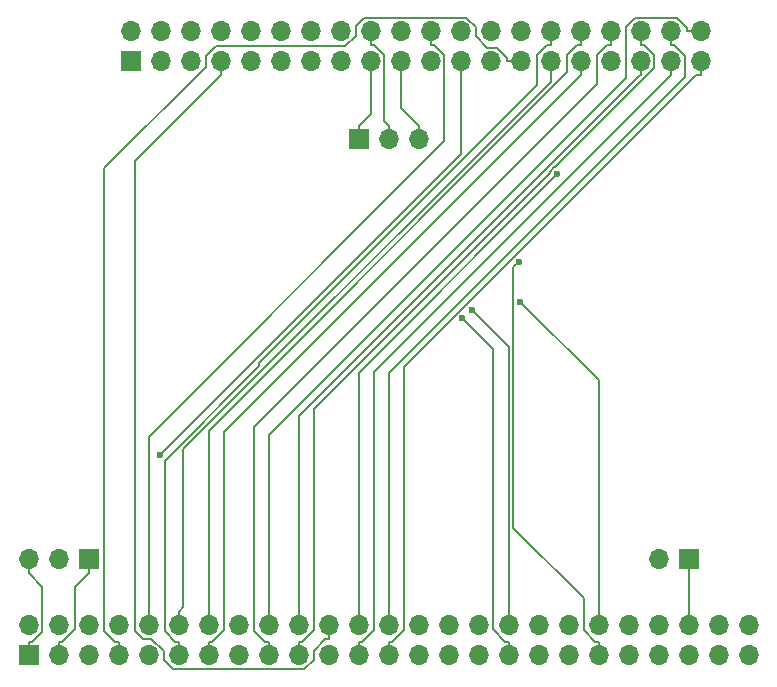
<source format=gbr>
%TF.GenerationSoftware,KiCad,Pcbnew,8.0.5*%
%TF.CreationDate,2024-10-04T15:41:34-04:00*%
%TF.ProjectId,MSX Adapter,4d535820-4164-4617-9074-65722e6b6963,rev?*%
%TF.SameCoordinates,Original*%
%TF.FileFunction,Copper,L2,Bot*%
%TF.FilePolarity,Positive*%
%FSLAX46Y46*%
G04 Gerber Fmt 4.6, Leading zero omitted, Abs format (unit mm)*
G04 Created by KiCad (PCBNEW 8.0.5) date 2024-10-04 15:41:34*
%MOMM*%
%LPD*%
G01*
G04 APERTURE LIST*
%TA.AperFunction,ComponentPad*%
%ADD10R,1.700000X1.700000*%
%TD*%
%TA.AperFunction,ComponentPad*%
%ADD11O,1.700000X1.700000*%
%TD*%
%TA.AperFunction,ViaPad*%
%ADD12C,0.600000*%
%TD*%
%TA.AperFunction,Conductor*%
%ADD13C,0.200000*%
%TD*%
G04 APERTURE END LIST*
D10*
%TO.P,U1,1,CS1*%
%TO.N,Net-(J3-Pin_3)*%
X68580000Y-120396000D03*
D11*
%TO.P,U1,2,CS2*%
%TO.N,Net-(J3-Pin_2)*%
X68580000Y-117856000D03*
%TO.P,U1,3,CS12*%
%TO.N,Net-(J3-Pin_1)*%
X71120000Y-120396000D03*
%TO.P,U1,4,/STLSL*%
%TO.N,unconnected-(U1-{slash}STLSL-Pad4)*%
X71120000Y-117856000D03*
%TO.P,U1,5*%
%TO.N,N/C*%
X73660000Y-120396000D03*
%TO.P,U1,6,/RFSH*%
%TO.N,unconnected-(U1-{slash}RFSH-Pad6)*%
X73660000Y-117856000D03*
%TO.P,U1,7,/WAIT*%
%TO.N,/WAIT*%
X76200000Y-120396000D03*
%TO.P,U1,8,/INT*%
%TO.N,unconnected-(U1-{slash}INT-Pad8)*%
X76200000Y-117856000D03*
%TO.P,U1,9,/M1*%
%TO.N,unconnected-(U1-{slash}M1-Pad9)*%
X78740000Y-120396000D03*
%TO.P,U1,10,/BUSDIR*%
%TO.N,/SPARE4*%
X78740000Y-117856000D03*
%TO.P,U1,11,/IORQ*%
%TO.N,/IORQ*%
X81280000Y-120396000D03*
%TO.P,U1,12,/MEMRQ*%
%TO.N,/MEMRQ*%
X81280000Y-117856000D03*
%TO.P,U1,13,/WR*%
%TO.N,/RW*%
X83820000Y-120396000D03*
%TO.P,U1,14,/RD*%
%TO.N,/RD*%
X83820000Y-117856000D03*
%TO.P,U1,15,/RESET*%
%TO.N,/RESET*%
X86360000Y-120396000D03*
%TO.P,U1,16*%
%TO.N,N/C*%
X86360000Y-117856000D03*
%TO.P,U1,17,A9*%
%TO.N,/Z80_A9*%
X88900000Y-120396000D03*
%TO.P,U1,18,A15*%
%TO.N,/Z80_A15*%
X88900000Y-117856000D03*
%TO.P,U1,19,A11*%
%TO.N,/Z80_A11*%
X91440000Y-120396000D03*
%TO.P,U1,20,A10*%
%TO.N,/Z80_A10*%
X91440000Y-117856000D03*
%TO.P,U1,21,A7*%
%TO.N,/Z80_A7*%
X93980000Y-120396000D03*
%TO.P,U1,22,A6*%
%TO.N,/Z80_A6*%
X93980000Y-117856000D03*
%TO.P,U1,23,A12*%
%TO.N,/Z80_A12*%
X96520000Y-120396000D03*
%TO.P,U1,24,A8*%
%TO.N,/Z80_A8*%
X96520000Y-117856000D03*
%TO.P,U1,25,A14*%
%TO.N,/Z80_A14*%
X99060000Y-120396000D03*
%TO.P,U1,26,A13*%
%TO.N,/Z80_A13*%
X99060000Y-117856000D03*
%TO.P,U1,27,A1*%
%TO.N,/Z80_A1*%
X101600000Y-120396000D03*
%TO.P,U1,28,A0*%
%TO.N,/Z80_A0*%
X101600000Y-117856000D03*
%TO.P,U1,29,A3*%
%TO.N,/Z80_A3*%
X104140000Y-120396000D03*
%TO.P,U1,30,A2*%
%TO.N,/Z80_A2*%
X104140000Y-117856000D03*
%TO.P,U1,31,A5*%
%TO.N,/Z80_A5*%
X106680000Y-120396000D03*
%TO.P,U1,32,A4*%
%TO.N,/Z80_A4*%
X106680000Y-117856000D03*
%TO.P,U1,33,D1*%
%TO.N,/Z80_D1*%
X109220000Y-120396000D03*
%TO.P,U1,34,D0*%
%TO.N,/Z80_D0*%
X109220000Y-117856000D03*
%TO.P,U1,35,D3*%
%TO.N,/Z80_D3*%
X111760000Y-120396000D03*
%TO.P,U1,36,D2*%
%TO.N,/Z80_D2*%
X111760000Y-117856000D03*
%TO.P,U1,37,D5*%
%TO.N,/Z80_D5*%
X114300000Y-120396000D03*
%TO.P,U1,38,D4*%
%TO.N,/Z80_D4*%
X114300000Y-117856000D03*
%TO.P,U1,39,D7*%
%TO.N,/Z80_D7*%
X116840000Y-120396000D03*
%TO.P,U1,40,D6*%
%TO.N,/Z80_D6*%
X116840000Y-117856000D03*
%TO.P,U1,41,GND*%
%TO.N,/GND*%
X119380000Y-120396000D03*
%TO.P,U1,42,CLOCK*%
%TO.N,unconnected-(U1-CLOCK-Pad42)*%
X119380000Y-117856000D03*
%TO.P,U1,43,GND*%
%TO.N,unconnected-(U1-GND-Pad43)*%
X121920000Y-120396000D03*
%TO.P,U1,44,SW1*%
%TO.N,Net-(J2-Pin_2)*%
X121920000Y-117856000D03*
%TO.P,U1,45,+5V*%
%TO.N,/5V*%
X124460000Y-120396000D03*
%TO.P,U1,46,SW2*%
%TO.N,Net-(J2-Pin_1)*%
X124460000Y-117856000D03*
%TO.P,U1,47,+5V*%
%TO.N,unconnected-(U1-+5V-Pad47)*%
X127000000Y-120396000D03*
%TO.P,U1,48,+12V*%
%TO.N,unconnected-(U1-+12V-Pad48)*%
X127000000Y-117856000D03*
%TO.P,U1,49,SOUND_IN*%
%TO.N,unconnected-(U1-SOUND_IN-Pad49)*%
X129540000Y-120396000D03*
%TO.P,U1,50,-12V*%
%TO.N,unconnected-(U1--12V-Pad50)*%
X129540000Y-117856000D03*
%TD*%
D10*
%TO.P,J4,1,Pin_1*%
%TO.N,/SPARE1*%
X96520000Y-76708000D03*
D11*
%TO.P,J4,2,Pin_2*%
%TO.N,/SPARE2*%
X99060000Y-76708000D03*
%TO.P,J4,3,Pin_3*%
%TO.N,/SPARE3*%
X101600000Y-76708000D03*
%TD*%
D10*
%TO.P,J2,1,Pin_1*%
%TO.N,Net-(J2-Pin_1)*%
X124460000Y-112268000D03*
D11*
%TO.P,J2,2,Pin_2*%
%TO.N,Net-(J2-Pin_2)*%
X121920000Y-112268000D03*
%TD*%
D10*
%TO.P,J3,1,Pin_1*%
%TO.N,Net-(J3-Pin_1)*%
X73660000Y-112268000D03*
D11*
%TO.P,J3,2,Pin_2*%
%TO.N,Net-(J3-Pin_2)*%
X71120000Y-112268000D03*
%TO.P,J3,3,Pin_3*%
%TO.N,Net-(J3-Pin_3)*%
X68580000Y-112268000D03*
%TD*%
D10*
%TO.P,J1,1,Pin_1*%
%TO.N,/Z80_A0*%
X77216000Y-70104000D03*
D11*
%TO.P,J1,2,Pin_2*%
%TO.N,/Z80_A1*%
X77216000Y-67564000D03*
%TO.P,J1,3,Pin_3*%
%TO.N,/Z80_A2*%
X79756000Y-70104000D03*
%TO.P,J1,4,Pin_4*%
%TO.N,/Z80_A3*%
X79756000Y-67564000D03*
%TO.P,J1,5,Pin_5*%
%TO.N,/Z80_A4*%
X82296000Y-70104000D03*
%TO.P,J1,6,Pin_6*%
%TO.N,/Z80_A5*%
X82296000Y-67564000D03*
%TO.P,J1,7,Pin_7*%
%TO.N,/Z80_A6*%
X84836000Y-70104000D03*
%TO.P,J1,8,Pin_8*%
%TO.N,/Z80_A7*%
X84836000Y-67564000D03*
%TO.P,J1,9,Pin_9*%
%TO.N,/Z80_D0*%
X87376000Y-70104000D03*
%TO.P,J1,10,Pin_10*%
%TO.N,/Z80_D1*%
X87376000Y-67564000D03*
%TO.P,J1,11,Pin_11*%
%TO.N,/Z80_D2*%
X89916000Y-70104000D03*
%TO.P,J1,12,Pin_12*%
%TO.N,/Z80_D3*%
X89916000Y-67564000D03*
%TO.P,J1,13,Pin_13*%
%TO.N,/Z80_D4*%
X92456000Y-70104000D03*
%TO.P,J1,14,Pin_14*%
%TO.N,/Z80_D5*%
X92456000Y-67564000D03*
%TO.P,J1,15,Pin_15*%
%TO.N,/Z80_D6*%
X94996000Y-70104000D03*
%TO.P,J1,16,Pin_16*%
%TO.N,/Z80_D7*%
X94996000Y-67564000D03*
%TO.P,J1,17,Pin_17*%
%TO.N,/SPARE1*%
X97536000Y-70104000D03*
%TO.P,J1,18,Pin_18*%
%TO.N,/SPARE2*%
X97536000Y-67564000D03*
%TO.P,J1,19,Pin_19*%
%TO.N,/SPARE3*%
X100076000Y-70104000D03*
%TO.P,J1,20,Pin_20*%
%TO.N,/5V*%
X100076000Y-67564000D03*
%TO.P,J1,21,Pin_21*%
%TO.N,/GND*%
X102616000Y-70104000D03*
%TO.P,J1,22,Pin_22*%
%TO.N,/SPARE4*%
X102616000Y-67564000D03*
%TO.P,J1,23,Pin_23*%
%TO.N,/RESET*%
X105156000Y-70104000D03*
%TO.P,J1,24,Pin_24*%
%TO.N,/BUSACK*%
X105156000Y-67564000D03*
%TO.P,J1,25,Pin_25*%
%TO.N,/ROMCS*%
X107696000Y-70104000D03*
%TO.P,J1,26,Pin_26*%
%TO.N,/NMI*%
X107696000Y-67564000D03*
%TO.P,J1,27,Pin_27*%
%TO.N,/WAIT*%
X110236000Y-70104000D03*
%TO.P,J1,28,Pin_28*%
%TO.N,/BUSRQ*%
X110236000Y-67564000D03*
%TO.P,J1,29,Pin_29*%
%TO.N,/MEMRQ*%
X112776000Y-70104000D03*
%TO.P,J1,30,Pin_30*%
%TO.N,/IORQ*%
X112776000Y-67564000D03*
%TO.P,J1,31,Pin_31*%
%TO.N,/RW*%
X115316000Y-70104000D03*
%TO.P,J1,32,Pin_32*%
%TO.N,/RD*%
X115316000Y-67564000D03*
%TO.P,J1,33,Pin_33*%
%TO.N,/Z80_A8*%
X117856000Y-70104000D03*
%TO.P,J1,34,Pin_34*%
%TO.N,/Z80_A9*%
X117856000Y-67564000D03*
%TO.P,J1,35,Pin_35*%
%TO.N,/Z80_A10*%
X120396000Y-70104000D03*
%TO.P,J1,36,Pin_36*%
%TO.N,/Z80_A11*%
X120396000Y-67564000D03*
%TO.P,J1,37,Pin_37*%
%TO.N,/Z80_A12*%
X122936000Y-70104000D03*
%TO.P,J1,38,Pin_38*%
%TO.N,/Z80_A13*%
X122936000Y-67564000D03*
%TO.P,J1,39,Pin_39*%
%TO.N,/Z80_A14*%
X125476000Y-70104000D03*
%TO.P,J1,40,Pin_40*%
%TO.N,/Z80_A15*%
X125476000Y-67564000D03*
%TD*%
D12*
%TO.N,/RESET*%
X79702300Y-103440300D03*
%TO.N,/Z80_D7*%
X110071200Y-87102200D03*
%TO.N,/Z80_D1*%
X105309200Y-91864300D03*
%TO.N,/Z80_D0*%
X106083300Y-91136400D03*
%TO.N,/Z80_A8*%
X113310100Y-79681000D03*
%TO.N,/Z80_D6*%
X110227500Y-90482600D03*
%TD*%
D13*
%TO.N,/RW*%
X84088500Y-119244300D02*
X85090000Y-118242800D01*
X83820000Y-120396000D02*
X83820000Y-119244300D01*
X85090000Y-101481700D02*
X115316000Y-71255700D01*
X85090000Y-118242800D02*
X85090000Y-101481700D01*
X115316000Y-70104000D02*
X115316000Y-71255700D01*
X83820000Y-119244300D02*
X84088500Y-119244300D01*
%TO.N,/Z80_A9*%
X116704300Y-69579400D02*
X116704300Y-72026400D01*
X87696900Y-118329100D02*
X88612100Y-119244300D01*
X87696900Y-101033800D02*
X87696900Y-118329100D01*
X117856000Y-68715700D02*
X117568000Y-68715700D01*
X116704300Y-72026400D02*
X87696900Y-101033800D01*
X88900000Y-120396000D02*
X88900000Y-119244300D01*
X88612100Y-119244300D02*
X88900000Y-119244300D01*
X117568000Y-68715700D02*
X116704300Y-69579400D01*
X117856000Y-67564000D02*
X117856000Y-68715700D01*
%TO.N,/RESET*%
X105156000Y-70104000D02*
X105156000Y-77986600D01*
X105156000Y-77986600D02*
X79702300Y-103440300D01*
%TO.N,/SPARE1*%
X97536000Y-70104000D02*
X97536000Y-74540300D01*
X97536000Y-74540300D02*
X96520000Y-75556300D01*
X96520000Y-76708000D02*
X96520000Y-75556300D01*
%TO.N,/Z80_A11*%
X120396000Y-67564000D02*
X120396000Y-68715700D01*
X92710000Y-118242800D02*
X91708500Y-119244300D01*
X113175800Y-79079300D02*
X113061000Y-79079300D01*
X113061000Y-79079300D02*
X112708400Y-79431900D01*
X120396000Y-68715700D02*
X120683900Y-68715700D01*
X91708500Y-119244300D02*
X91440000Y-119244300D01*
X120683900Y-68715700D02*
X121552200Y-69584000D01*
X112708400Y-79431900D02*
X112708400Y-79546700D01*
X112708400Y-79546700D02*
X92710000Y-99545100D01*
X121552200Y-69584000D02*
X121552200Y-70702900D01*
X92710000Y-99545100D02*
X92710000Y-118242800D01*
X121552200Y-70702900D02*
X113175800Y-79079300D01*
X91440000Y-120396000D02*
X91440000Y-119244300D01*
%TO.N,/Z80_A15*%
X88900000Y-117856000D02*
X88900000Y-101749600D01*
X119126000Y-71523600D02*
X119126000Y-67167300D01*
X125476000Y-67564000D02*
X124324300Y-67564000D01*
X123454400Y-66406200D02*
X124324300Y-67276100D01*
X119126000Y-67167300D02*
X119887100Y-66406200D01*
X119887100Y-66406200D02*
X123454400Y-66406200D01*
X124324300Y-67276100D02*
X124324300Y-67564000D01*
X88900000Y-101749600D02*
X119126000Y-71523600D01*
%TO.N,/Z80_A10*%
X120316600Y-71255700D02*
X91440000Y-100132300D01*
X120396000Y-71255700D02*
X120316600Y-71255700D01*
X120396000Y-70104000D02*
X120396000Y-71255700D01*
X91440000Y-100132300D02*
X91440000Y-117856000D01*
%TO.N,/MEMRQ*%
X81280000Y-116704300D02*
X81681700Y-116302600D01*
X81681700Y-116302600D02*
X81681700Y-102918000D01*
X112776000Y-71823700D02*
X112776000Y-71255700D01*
X112776000Y-70104000D02*
X112776000Y-71255700D01*
X81280000Y-117856000D02*
X81280000Y-116704300D01*
X81681700Y-102918000D02*
X112776000Y-71823700D01*
%TO.N,/Z80_D7*%
X109621900Y-109587800D02*
X109621900Y-87551500D01*
X109621900Y-87551500D02*
X110071200Y-87102200D01*
X115570000Y-118242800D02*
X115570000Y-115535900D01*
X116840000Y-120396000D02*
X116840000Y-119244300D01*
X115570000Y-115535900D02*
X109621900Y-109587800D01*
X116571500Y-119244300D02*
X115570000Y-118242800D01*
X116840000Y-119244300D02*
X116571500Y-119244300D01*
%TO.N,/Z80_D1*%
X109220000Y-119244300D02*
X108951400Y-119244300D01*
X107901100Y-118194000D02*
X107901100Y-94456200D01*
X109220000Y-120396000D02*
X109220000Y-119244300D01*
X108951400Y-119244300D02*
X107901100Y-118194000D01*
X107901100Y-94456200D02*
X105309200Y-91864300D01*
%TO.N,/Z80_A6*%
X93711500Y-119007700D02*
X93980000Y-119007700D01*
X78228400Y-119007700D02*
X78986000Y-119007700D01*
X80010000Y-120031700D02*
X80010000Y-120788900D01*
X77554700Y-118334000D02*
X78228400Y-119007700D01*
X92710000Y-120759700D02*
X92710000Y-120009200D01*
X84836000Y-70104000D02*
X84836000Y-71255700D01*
X80812000Y-121590900D02*
X91878800Y-121590900D01*
X93980000Y-117856000D02*
X93980000Y-119007700D01*
X91878800Y-121590900D02*
X92710000Y-120759700D01*
X80010000Y-120788900D02*
X80812000Y-121590900D01*
X84836000Y-71255700D02*
X77554700Y-78537000D01*
X77554700Y-78537000D02*
X77554700Y-118334000D01*
X78986000Y-119007700D02*
X80010000Y-120031700D01*
X92710000Y-120009200D02*
X93711500Y-119007700D01*
%TO.N,/Z80_D0*%
X109220000Y-116704300D02*
X109220000Y-94273100D01*
X109220000Y-117856000D02*
X109220000Y-116704300D01*
X109220000Y-94273100D02*
X106083300Y-91136400D01*
%TO.N,/WAIT*%
X75009400Y-79123000D02*
X75009400Y-118322200D01*
X97018100Y-66396000D02*
X96266000Y-67148100D01*
X109084300Y-69816000D02*
X108220600Y-68952300D01*
X95363100Y-68834000D02*
X84417600Y-68834000D01*
X96266000Y-67148100D02*
X96266000Y-67931100D01*
X75009400Y-118322200D02*
X75931500Y-119244300D01*
X109084300Y-70104000D02*
X109084300Y-69816000D01*
X110236000Y-70104000D02*
X109084300Y-70104000D01*
X84417600Y-68834000D02*
X83566000Y-69685600D01*
X105623900Y-66396000D02*
X97018100Y-66396000D01*
X83566000Y-70566400D02*
X75009400Y-79123000D01*
X76200000Y-120396000D02*
X76200000Y-119244300D01*
X106426000Y-67982400D02*
X106426000Y-67198100D01*
X75931500Y-119244300D02*
X76200000Y-119244300D01*
X106426000Y-67198100D02*
X105623900Y-66396000D01*
X107395900Y-68952300D02*
X106426000Y-67982400D01*
X108220600Y-68952300D02*
X107395900Y-68952300D01*
X96266000Y-67931100D02*
X95363100Y-68834000D01*
X83566000Y-69685600D02*
X83566000Y-70566400D01*
%TO.N,/SPARE2*%
X97536000Y-67564000D02*
X97536000Y-68715700D01*
X99060000Y-76708000D02*
X99060000Y-75556300D01*
X98687700Y-69579400D02*
X98687700Y-75184000D01*
X97536000Y-68715700D02*
X97824000Y-68715700D01*
X97824000Y-68715700D02*
X98687700Y-69579400D01*
X98687700Y-75184000D02*
X99060000Y-75556300D01*
%TO.N,/Z80_A8*%
X113310100Y-79681000D02*
X96520000Y-96471100D01*
X96520000Y-96471100D02*
X96520000Y-117856000D01*
%TO.N,/IORQ*%
X112776000Y-68715700D02*
X112488000Y-68715700D01*
X80110000Y-118342800D02*
X81011500Y-119244300D01*
X112776000Y-67564000D02*
X112776000Y-68715700D01*
X88107100Y-95924600D02*
X80110000Y-103921700D01*
X112488000Y-68715700D02*
X111624300Y-69579400D01*
X81011500Y-119244300D02*
X81280000Y-119244300D01*
X111624300Y-69579400D02*
X111624300Y-72124600D01*
X111624300Y-72124600D02*
X88107100Y-95641800D01*
X80110000Y-103921700D02*
X80110000Y-118342800D01*
X81280000Y-120396000D02*
X81280000Y-119244300D01*
X88107100Y-95641800D02*
X88107100Y-95924600D01*
%TO.N,/Z80_A12*%
X96788500Y-119244300D02*
X97790000Y-118242800D01*
X96520000Y-120396000D02*
X96520000Y-119244300D01*
X97790000Y-96401700D02*
X122936000Y-71255700D01*
X122936000Y-70104000D02*
X122936000Y-71255700D01*
X96520000Y-119244300D02*
X96788500Y-119244300D01*
X97790000Y-118242800D02*
X97790000Y-96401700D01*
%TO.N,/Z80_A14*%
X99060000Y-120396000D02*
X99060000Y-119244300D01*
X99328500Y-119244300D02*
X100330000Y-118242800D01*
X125476000Y-70104000D02*
X125476000Y-71255700D01*
X99060000Y-119244300D02*
X99328500Y-119244300D01*
X100330000Y-118242800D02*
X100330000Y-95992300D01*
X125066600Y-71255700D02*
X125476000Y-71255700D01*
X100330000Y-95992300D02*
X125066600Y-71255700D01*
%TO.N,/RD*%
X114164300Y-69579400D02*
X114164300Y-71039200D01*
X115316000Y-68715700D02*
X115028000Y-68715700D01*
X114164300Y-71039200D02*
X83820000Y-101383500D01*
X83820000Y-101383500D02*
X83820000Y-117856000D01*
X115028000Y-68715700D02*
X114164300Y-69579400D01*
X115316000Y-67564000D02*
X115316000Y-68715700D01*
%TO.N,/Z80_D6*%
X116840000Y-117856000D02*
X116840000Y-97095100D01*
X116840000Y-97095100D02*
X110227500Y-90482600D01*
%TO.N,/SPARE3*%
X100076000Y-74032300D02*
X101600000Y-75556300D01*
X100076000Y-70104000D02*
X100076000Y-74032300D01*
X101600000Y-76708000D02*
X101600000Y-75556300D01*
%TO.N,/SPARE4*%
X103771200Y-69583000D02*
X103771200Y-76848600D01*
X102616000Y-67564000D02*
X102616000Y-68715700D01*
X103771200Y-76848600D02*
X78740000Y-101879800D01*
X102903900Y-68715700D02*
X103771200Y-69583000D01*
X102616000Y-68715700D02*
X102903900Y-68715700D01*
X78740000Y-101879800D02*
X78740000Y-117856000D01*
%TO.N,/Z80_A13*%
X122936000Y-67564000D02*
X122936000Y-68715700D01*
X123204500Y-68715700D02*
X122936000Y-68715700D01*
X124143400Y-71419500D02*
X124143400Y-69654600D01*
X99060000Y-96502900D02*
X124143400Y-71419500D01*
X99060000Y-117856000D02*
X99060000Y-96502900D01*
X124143400Y-69654600D02*
X123204500Y-68715700D01*
%TO.N,Net-(J2-Pin_1)*%
X124460000Y-112268000D02*
X124460000Y-117856000D01*
%TO.N,Net-(J3-Pin_3)*%
X68868000Y-119244300D02*
X68580000Y-119244300D01*
X68580000Y-113419700D02*
X69731700Y-114571400D01*
X68580000Y-120396000D02*
X68580000Y-119244300D01*
X69731700Y-118380600D02*
X68868000Y-119244300D01*
X68580000Y-112268000D02*
X68580000Y-113419700D01*
X69731700Y-114571400D02*
X69731700Y-118380600D01*
%TO.N,Net-(J3-Pin_1)*%
X71388500Y-119244300D02*
X71120000Y-119244300D01*
X72508300Y-118124500D02*
X71388500Y-119244300D01*
X72508300Y-114571400D02*
X72508300Y-118124500D01*
X73660000Y-112268000D02*
X73660000Y-113419700D01*
X73660000Y-113419700D02*
X72508300Y-114571400D01*
X71120000Y-120396000D02*
X71120000Y-119244300D01*
%TD*%
M02*

</source>
